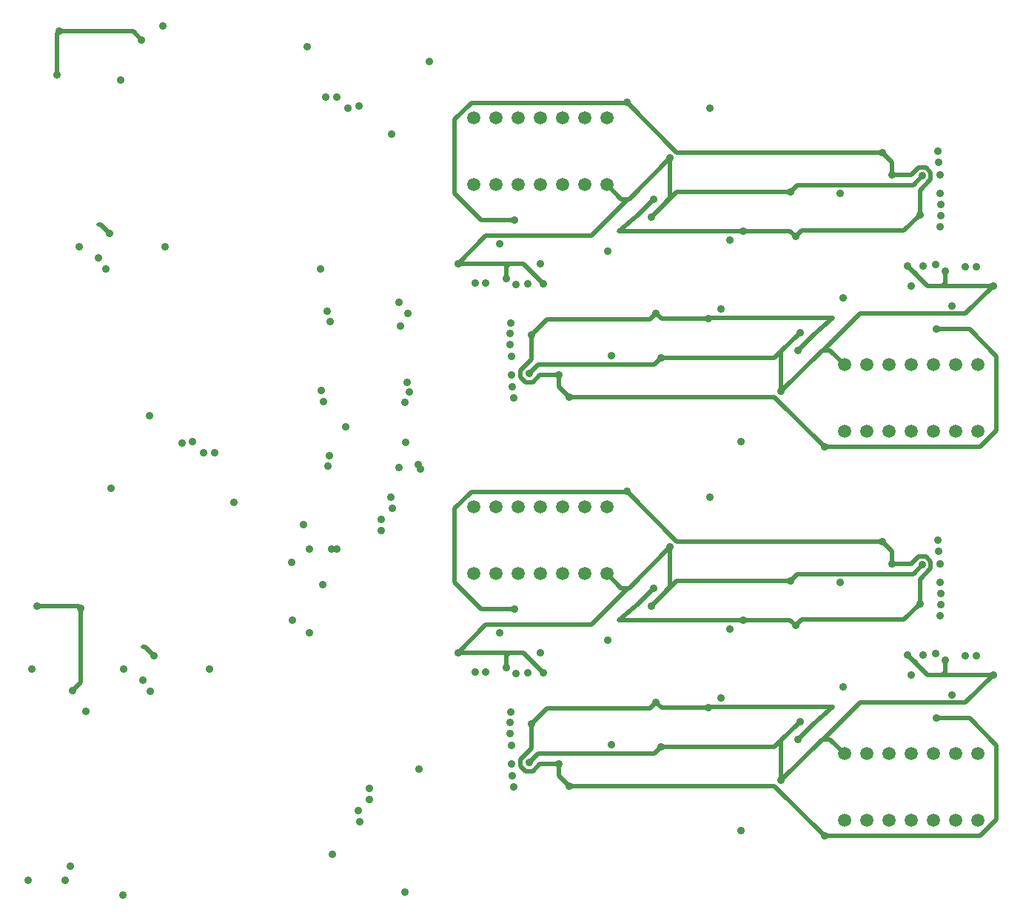
<source format=gbr>
G04 EAGLE Gerber RS-274X export*
G75*
%MOMM*%
%FSLAX34Y34*%
%LPD*%
%INCopper Layer 15*%
%IPPOS*%
%AMOC8*
5,1,8,0,0,1.08239X$1,22.5*%
G01*
%ADD10C,1.498600*%
%ADD11C,0.914400*%
%ADD12C,0.508000*%


D10*
X967740Y119380D03*
X993140Y119380D03*
X1018540Y119380D03*
X1043940Y119380D03*
X1069340Y119380D03*
X1094740Y119380D03*
X1120140Y119380D03*
X1120140Y195580D03*
X1094740Y195580D03*
X1069340Y195580D03*
X1043940Y195580D03*
X1018540Y195580D03*
X993140Y195580D03*
X967740Y195580D03*
X695960Y477520D03*
X670560Y477520D03*
X645160Y477520D03*
X619760Y477520D03*
X594360Y477520D03*
X568960Y477520D03*
X543560Y477520D03*
X543560Y401320D03*
X568960Y401320D03*
X594360Y401320D03*
X619760Y401320D03*
X645160Y401320D03*
X670560Y401320D03*
X695960Y401320D03*
X967740Y563880D03*
X993140Y563880D03*
X1018540Y563880D03*
X1043940Y563880D03*
X1069340Y563880D03*
X1094740Y563880D03*
X1120140Y563880D03*
X1120140Y640080D03*
X1094740Y640080D03*
X1069340Y640080D03*
X1043940Y640080D03*
X1018540Y640080D03*
X993140Y640080D03*
X967740Y640080D03*
X695960Y922020D03*
X670560Y922020D03*
X645160Y922020D03*
X619760Y922020D03*
X594360Y922020D03*
X568960Y922020D03*
X543560Y922020D03*
X543560Y845820D03*
X568960Y845820D03*
X594360Y845820D03*
X619760Y845820D03*
X645160Y845820D03*
X670560Y845820D03*
X695960Y845820D03*
D11*
X1073230Y236220D03*
X944880Y101600D03*
X641350Y184150D03*
X652780Y158750D03*
D12*
X641350Y170180D02*
X641350Y184150D01*
X641350Y170180D02*
X652780Y158750D01*
X887730Y158750D01*
X944880Y101600D01*
X945007Y101727D01*
X1122808Y101727D01*
X1141857Y120776D01*
X1111330Y236220D02*
X1073230Y236220D01*
X1111330Y236220D02*
X1141857Y205693D01*
X1141857Y120776D01*
D11*
X609600Y229870D03*
D12*
X627665Y247935D01*
X745205Y247935D01*
D11*
X752065Y254795D03*
X812011Y248439D03*
D12*
X752065Y254795D02*
X745205Y247935D01*
X758421Y248439D02*
X812011Y248439D01*
X758421Y248439D02*
X752065Y254795D01*
D11*
X914423Y212113D03*
D12*
X932188Y229878D01*
X953952Y248920D01*
X812491Y248920D01*
X812011Y248439D01*
X597408Y189418D02*
X597408Y181422D01*
X603062Y175768D01*
X611058Y175768D01*
X609600Y201610D02*
X609600Y229870D01*
X619440Y184150D02*
X641350Y184150D01*
X609600Y201610D02*
X597408Y189418D01*
X611058Y175768D02*
X619440Y184150D01*
D11*
X590470Y360680D03*
X718820Y495300D03*
X1022350Y412750D03*
X1010920Y438150D03*
D12*
X1022350Y426720D02*
X1022350Y412750D01*
X1022350Y426720D02*
X1010920Y438150D01*
X775970Y438150D01*
X718820Y495300D01*
X718693Y495173D01*
X540892Y495173D01*
X521843Y476124D01*
X552370Y360680D02*
X590470Y360680D01*
X552370Y360680D02*
X521843Y391207D01*
X521843Y476124D01*
D11*
X1054100Y367030D03*
D12*
X1036035Y348965D01*
X918495Y348965D01*
D11*
X911635Y342105D03*
X851689Y348461D03*
D12*
X911635Y342105D02*
X918495Y348965D01*
X905279Y348461D02*
X851689Y348461D01*
X905279Y348461D02*
X911635Y342105D01*
D11*
X749277Y384787D03*
D12*
X731512Y367022D01*
X709749Y347980D01*
X851209Y347980D01*
X851689Y348461D01*
X1066292Y407482D02*
X1066292Y415478D01*
X1060638Y421132D01*
X1052642Y421132D01*
X1054100Y395290D02*
X1054100Y367030D01*
X1044260Y412750D02*
X1022350Y412750D01*
X1054100Y395290D02*
X1066292Y407482D01*
X1052642Y421132D02*
X1044260Y412750D01*
D11*
X481330Y177800D03*
X381000Y429260D03*
X163954Y1011541D03*
X69850Y1021080D03*
X67310Y971550D03*
D12*
X67310Y1018540D01*
X69850Y1021080D01*
X154415Y1021080D01*
X163954Y1011541D01*
D11*
X34290Y50800D03*
X1073230Y680720D03*
X944880Y546100D03*
X641350Y628650D03*
X652780Y603250D03*
D12*
X641350Y614680D02*
X641350Y628650D01*
X641350Y614680D02*
X652780Y603250D01*
X887730Y603250D01*
X944880Y546100D01*
X945007Y546227D01*
X1122808Y546227D01*
X1141857Y565276D01*
X1111330Y680720D02*
X1073230Y680720D01*
X1111330Y680720D02*
X1141857Y650193D01*
X1141857Y565276D01*
D11*
X609600Y674370D03*
D12*
X627665Y692435D01*
X745205Y692435D01*
D11*
X752065Y699295D03*
X812011Y692939D03*
D12*
X752065Y699295D02*
X745205Y692435D01*
X758421Y692939D02*
X812011Y692939D01*
X758421Y692939D02*
X752065Y699295D01*
D11*
X914423Y656613D03*
D12*
X932188Y674378D01*
X953952Y693420D01*
X812491Y693420D01*
X812011Y692939D01*
X597408Y633918D02*
X597408Y625922D01*
X603062Y620268D01*
X611058Y620268D01*
X609600Y646110D02*
X609600Y674370D01*
X619440Y628650D02*
X641350Y628650D01*
X609600Y646110D02*
X597408Y633918D01*
X611058Y620268D02*
X619440Y628650D01*
D11*
X590470Y805180D03*
X718820Y939800D03*
X1022350Y857250D03*
X1010920Y882650D03*
D12*
X1022350Y871220D02*
X1022350Y857250D01*
X1022350Y871220D02*
X1010920Y882650D01*
X775970Y882650D01*
X718820Y939800D01*
X718693Y939673D01*
X540892Y939673D01*
X521843Y920624D01*
X552370Y805180D02*
X590470Y805180D01*
X552370Y805180D02*
X521843Y835707D01*
X521843Y920624D01*
D11*
X1054100Y811530D03*
D12*
X1036035Y793465D01*
X918495Y793465D01*
D11*
X911635Y786605D03*
X851689Y792961D03*
D12*
X911635Y786605D02*
X918495Y793465D01*
X905279Y792961D02*
X851689Y792961D01*
X905279Y792961D02*
X911635Y786605D01*
D11*
X749277Y829287D03*
D12*
X731512Y811522D01*
X709749Y792480D01*
X851209Y792480D01*
X851689Y792961D01*
X1066292Y851982D02*
X1066292Y859978D01*
X1060638Y865632D01*
X1052642Y865632D01*
X1054100Y839790D02*
X1054100Y811530D01*
X1044260Y857250D02*
X1022350Y857250D01*
X1054100Y839790D02*
X1066292Y851982D01*
X1052642Y865632D02*
X1044260Y857250D01*
D11*
X269240Y482600D03*
X353060Y1003300D03*
X84441Y267846D03*
X93980Y361950D03*
X44450Y364490D03*
D12*
X91440Y364490D01*
X93980Y361950D01*
X93980Y277385D01*
X84441Y267846D01*
D11*
X585470Y231140D03*
X588010Y170180D03*
X1078230Y365760D03*
X1075690Y426720D03*
X424180Y143510D03*
X438150Y463550D03*
X585470Y675640D03*
X588010Y614680D03*
X1078230Y810260D03*
X1075690Y871220D03*
X234950Y539750D03*
X387350Y946150D03*
X586265Y243045D03*
X438150Y450850D03*
X586740Y184150D03*
X585470Y218440D03*
X589280Y157480D03*
X1078230Y378460D03*
X1074420Y439420D03*
X411480Y130810D03*
X450850Y476250D03*
X585470Y662940D03*
X589280Y601980D03*
X1078230Y822960D03*
X1074420Y883920D03*
X222250Y552450D03*
X400050Y933450D03*
X1071880Y309880D03*
X1118708Y307702D03*
X591820Y287020D03*
X544992Y289198D03*
X1071880Y754380D03*
X1118708Y752202D03*
X591820Y731520D03*
X544992Y733698D03*
X1057910Y308610D03*
X1106170Y307702D03*
X605790Y288290D03*
X557530Y289198D03*
X1057910Y753110D03*
X1106170Y752202D03*
X605790Y732790D03*
X557530Y733698D03*
X586725Y205725D03*
X701040Y205740D03*
X849630Y107950D03*
X826770Y259080D03*
X966470Y271780D03*
X1043940Y285750D03*
X1090356Y262636D03*
X1076975Y391175D03*
X962660Y391160D03*
X814070Y488950D03*
X836930Y337820D03*
X697230Y325120D03*
X619760Y311150D03*
X573344Y334264D03*
X586725Y650225D03*
X701040Y650240D03*
X849630Y552450D03*
X826770Y703580D03*
X966470Y716280D03*
X1043940Y730250D03*
X1090356Y707136D03*
X1076975Y835675D03*
X962660Y835660D03*
X814070Y933450D03*
X836930Y782320D03*
X697230Y769620D03*
X619760Y755650D03*
X573344Y778764D03*
X895350Y165100D03*
X607060Y185420D03*
X757620Y203330D03*
X916940Y232410D03*
X1040130Y308610D03*
X1137920Y285750D03*
D12*
X916940Y232410D02*
X887860Y203330D01*
X757620Y203330D01*
X895350Y210820D02*
X916940Y232410D01*
X895350Y210820D02*
X895350Y165100D01*
X942340Y212090D01*
X943610Y212090D02*
X985520Y254000D01*
X1106170Y254000D01*
X1137920Y285750D01*
X1079500Y285750D01*
X1062990Y285750D01*
X1040130Y308610D01*
X951230Y212090D02*
X967740Y195580D01*
X951230Y212090D02*
X943610Y212090D01*
X942340Y212090D01*
D11*
X1082842Y303048D03*
D12*
X1049782Y298958D02*
X1040130Y308610D01*
X617350Y195710D02*
X607060Y185420D01*
X617350Y195710D02*
X750000Y195710D01*
X757620Y203330D01*
X1082842Y289092D02*
X1082842Y303048D01*
X1082842Y289092D02*
X1079500Y285750D01*
D11*
X768350Y431800D03*
X1056640Y411480D03*
X906080Y393570D03*
X746760Y364490D03*
X623570Y288290D03*
X525780Y311150D03*
D12*
X746760Y364490D02*
X775840Y393570D01*
X906080Y393570D01*
X768350Y386080D02*
X746760Y364490D01*
X768350Y386080D02*
X768350Y431800D01*
X721360Y384810D01*
X720090Y384810D02*
X678180Y342900D01*
X557530Y342900D01*
X525780Y311150D01*
X584200Y311150D01*
X600710Y311150D01*
X623570Y288290D01*
X712470Y384810D02*
X695960Y401320D01*
X712470Y384810D02*
X720090Y384810D01*
X721360Y384810D01*
D11*
X580858Y293852D03*
D12*
X613918Y297942D02*
X623570Y288290D01*
X1046350Y401190D02*
X1056640Y411480D01*
X1046350Y401190D02*
X913700Y401190D01*
X906080Y393570D01*
X580858Y307808D02*
X580858Y293852D01*
X580858Y307808D02*
X584200Y311150D01*
D11*
X177800Y307713D03*
D12*
X168013Y317500D01*
X165100Y317500D01*
D11*
X464820Y37672D03*
X397510Y569388D03*
X139700Y965200D03*
X142240Y34290D03*
X895350Y609600D03*
X607060Y629920D03*
X757620Y647830D03*
X916940Y676910D03*
X1040130Y753110D03*
X1137920Y730250D03*
D12*
X916940Y676910D02*
X887860Y647830D01*
X757620Y647830D01*
X895350Y655320D02*
X916940Y676910D01*
X895350Y655320D02*
X895350Y609600D01*
X942340Y656590D01*
X943610Y656590D02*
X985520Y698500D01*
X1106170Y698500D01*
X1137920Y730250D01*
X1079500Y730250D01*
X1062990Y730250D01*
X1040130Y753110D01*
X951230Y656590D02*
X967740Y640080D01*
X951230Y656590D02*
X943610Y656590D01*
X942340Y656590D01*
D11*
X1082842Y747548D03*
D12*
X1049782Y743458D02*
X1040130Y753110D01*
X617350Y640210D02*
X607060Y629920D01*
X617350Y640210D02*
X750000Y640210D01*
X757620Y647830D01*
X1082842Y733592D02*
X1082842Y747548D01*
X1082842Y733592D02*
X1079500Y730250D01*
D11*
X768350Y876300D03*
X1056640Y855980D03*
X906080Y838070D03*
X746760Y808990D03*
X623570Y732790D03*
X525780Y755650D03*
D12*
X746760Y808990D02*
X775840Y838070D01*
X906080Y838070D01*
X768350Y830580D02*
X746760Y808990D01*
X768350Y830580D02*
X768350Y876300D01*
X721360Y829310D01*
X720090Y829310D02*
X678180Y787400D01*
X557530Y787400D01*
X525780Y755650D01*
X584200Y755650D01*
X600710Y755650D01*
X623570Y732790D01*
X712470Y829310D02*
X695960Y845820D01*
X712470Y829310D02*
X720090Y829310D01*
X721360Y829310D01*
D11*
X580858Y738352D03*
D12*
X613918Y742442D02*
X623570Y732790D01*
X1046350Y845690D02*
X1056640Y855980D01*
X1046350Y845690D02*
X913700Y845690D01*
X906080Y838070D01*
X580858Y752308D02*
X580858Y738352D01*
X580858Y752308D02*
X584200Y755650D01*
D11*
X129112Y499110D03*
X127000Y790313D03*
D12*
X117213Y800100D01*
X114300Y800100D01*
D11*
X493188Y986790D03*
X38100Y292100D03*
X1077435Y353855D03*
X1076960Y412750D03*
X143510Y292100D03*
X165100Y279400D03*
X173990Y267020D03*
X241300Y292100D03*
X382222Y81253D03*
X413595Y118490D03*
X480108Y525807D03*
X448735Y488570D03*
X187960Y1027430D03*
X370840Y388620D03*
X349250Y457200D03*
X82550Y67310D03*
X172693Y581708D03*
X209930Y550335D03*
X190500Y774700D03*
X449607Y904192D03*
X412370Y935565D03*
X100330Y243840D03*
X424180Y156210D03*
X355600Y429260D03*
X335280Y414020D03*
X336550Y347980D03*
X355601Y334009D03*
X387350Y429260D03*
X76200Y50800D03*
X368300Y749300D03*
X482600Y520700D03*
X469900Y609092D03*
X468630Y698500D03*
X458470Y711200D03*
X466090Y551180D03*
X467360Y619760D03*
X375920Y701040D03*
X378460Y535940D03*
X369570Y610870D03*
X459740Y684530D03*
X458470Y522732D03*
X464820Y596900D03*
X379730Y689610D03*
X377190Y524510D03*
X372110Y598170D03*
X586265Y687545D03*
X586740Y628650D03*
X1077435Y798355D03*
X1076960Y857250D03*
X247650Y539750D03*
X92710Y774700D03*
X114300Y762000D03*
X123190Y749620D03*
X374650Y946150D03*
M02*

</source>
